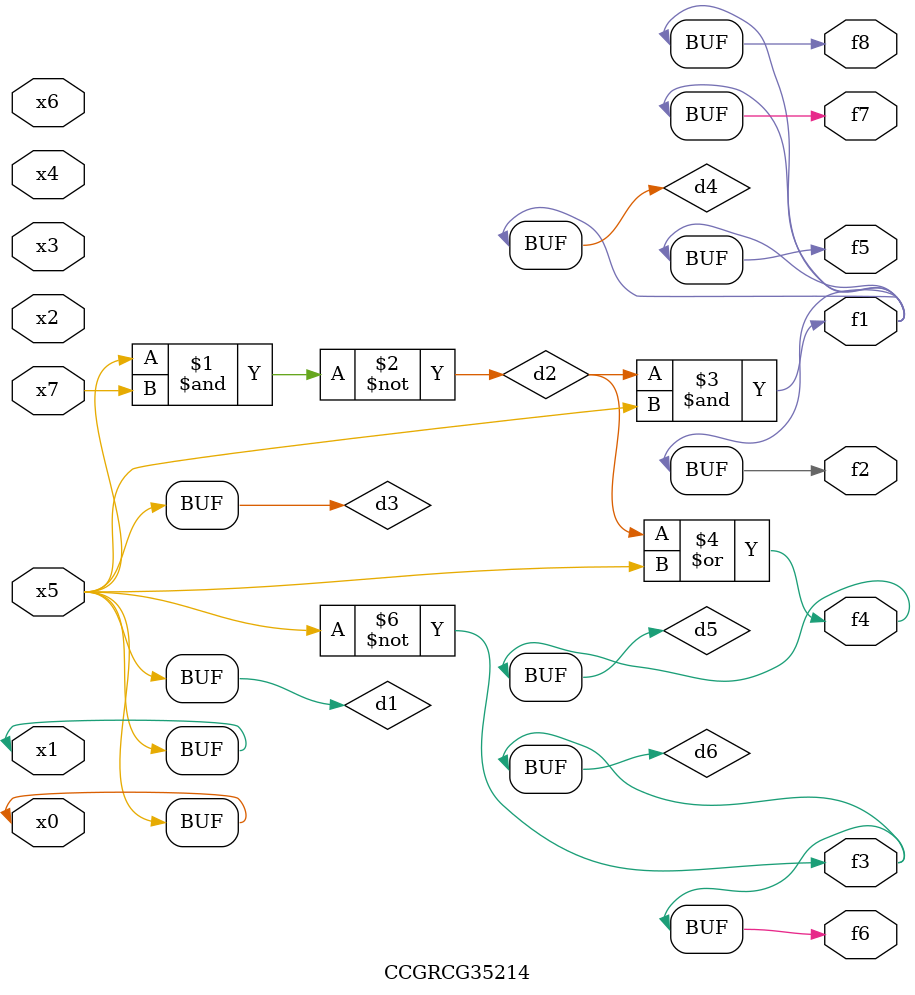
<source format=v>
module CCGRCG35214(
	input x0, x1, x2, x3, x4, x5, x6, x7,
	output f1, f2, f3, f4, f5, f6, f7, f8
);

	wire d1, d2, d3, d4, d5, d6;

	buf (d1, x0, x5);
	nand (d2, x5, x7);
	buf (d3, x0, x1);
	and (d4, d2, d3);
	or (d5, d2, d3);
	nor (d6, d1, d3);
	assign f1 = d4;
	assign f2 = d4;
	assign f3 = d6;
	assign f4 = d5;
	assign f5 = d4;
	assign f6 = d6;
	assign f7 = d4;
	assign f8 = d4;
endmodule

</source>
